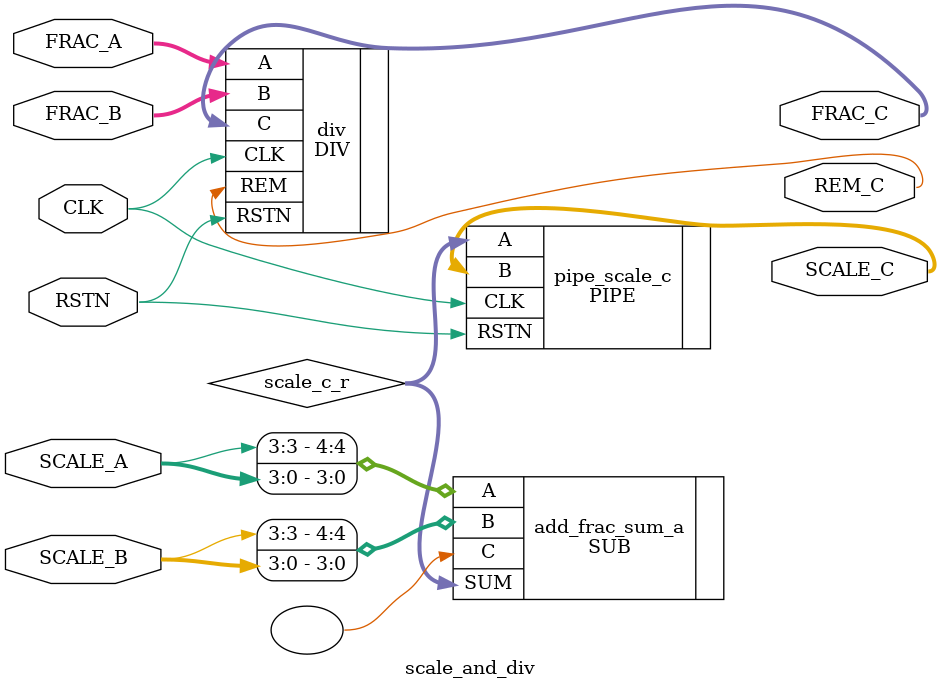
<source format=sv>
`timescale 1ns / 1ps

/** -=-=-=-=-=-=-=-=-=-=-=-=-=-=-=-=-=-=-=-=-=-=-=-=-=-=-=-=-=-=-=-=-=-=-=-=-=-=-=-=-=-=-=-=-=-=-=-
 * Engineer: Gustaf Swansen
 * 
 * Create Date: 08/25/2025
 * Module Name: scale_and_mul
 * Target Devices: Aller A7 FPGA Board with M.2 Interface
 * Tool Versions: Vivado 2025.1
 * Description: 
 *   This module takes in two decoded posits (scale + frac). It adds the scale and uses a Dadda 
 *   multiplier to multiply the fractions together.
 * Path Length : 
 *    [SUB4, SHIFT4, ADD12, MUX1] 
 * Dependencies:
 *   TODO add Dependencies
 * 
 * Additional Comments: 
 *   This code has its own testbench
 -=-=-=-=-=-=-=-=-=-=-=-=-=-=-=-=-=-=-=-=-=-=-=-=-=-=-=-=-=-=-=-=-=-=-=-=-=-=-=-=-=-=-=-=-=-=-=- */

module scale_and_div #(
    parameter SPEED = 0,
    parameter DIV_STAGES = 11
    )(
    input  wire        CLK,
    input  wire        RSTN,

    input  wire [ 3:0] SCALE_A, // decoded scale,      4 bit signed integer
    input  wire [ 3:0] SCALE_B, // decoded scale,      4 bit signed integer
    input  wire [ 5:0] FRAC_A , // decoded fraction,  <1.5> unsigned fixed point 
    input  wire [ 5:0] FRAC_B , // decoded fraction,  <1.5> unsigned fixed point 
    output wire [ 4:0] SCALE_C, // sum of scales,      5 bit signed integer
    output wire [DIV_STAGES:0] FRAC_C,   // prod of fractions, <2.10> unsigned fixed point
    output wire REM_C
    );

DIV #(
    .W(6),
    .S(DIV_STAGES) // todo parameter
    ) div (
    .CLK (CLK),
    .RSTN(RSTN),
   .A(FRAC_A),
   .B(FRAC_B),
   .C(FRAC_C),
   .REM(REM_C)
   );

wire [4:0] scale_c_r;

SUB #(.WIDTH(5), .TYPE("RCA")) add_frac_sum_a (.A({SCALE_A[3], SCALE_A}), .B({SCALE_B[3], SCALE_B}), .SUM(scale_c_r), .C()); // P=[ADD5]

PIPE #(.W(5), .L(DIV_STAGES)) pipe_scale_c (.CLK(CLK), .RSTN(RSTN), .A(scale_c_r), .B(SCALE_C));

endmodule

</source>
